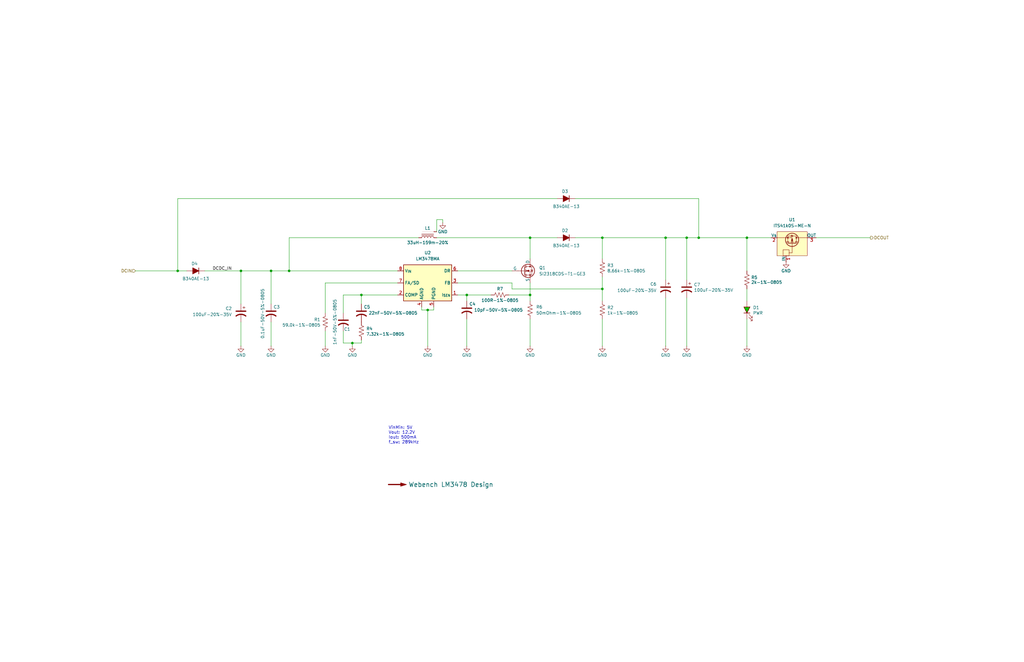
<source format=kicad_sch>
(kicad_sch (version 20250114) (generator "eeschema") (generator_version "9.0")
  (paper "B")
  (title_block (title "Beam Break Adapter") (date "2026-01-04") (rev "1") (company "1868 SPACE COOKIES"))
  (lib_symbols
    (symbol "BeamBreak:L_Iron+shield" (pin_numbers (hide yes)) (pin_names (offset 1.016) (hide yes))
      (property "Reference" "L1" (at 6.35 0 90))
      (property "Value" "6.8 uH-12m-20%" (at 3.81 0 90))
      (symbol "L_Iron+shield_0_1"
        (arc (start 0 2.54) (mid 0.6323 1.905) (end 0 1.27))
        (arc (start 0 1.27) (mid 0.6323 0.635) (end 0 0))
        (arc (start 0 0) (mid 0.6323 -0.635) (end 0 -1.27))
        (arc (start 0 -1.27) (mid 0.6323 -1.905) (end 0 -2.54))
        (polyline (pts (xy 1.016 2.54) (xy 1.016 -2.54)))
        (polyline (pts (xy 1.524 -2.54) (xy 1.524 2.54)))
      )
      (symbol "L_Iron+shield_1_1"
        (polyline (pts (xy 2.54 -2.54) (xy 2.54 2.54)) (stroke (width 0) (type dot)))
        (pin passive line (at 0 3.81 270) (length 1.27) (name "1") (number "1"))
        (pin passive line (at 0 -3.81 90) (length 1.27) (name "2") (number "2"))
        (pin passive line (at 2.54 -3.81 90) (length 1.27) (name "3") (number "3"))
      )
    )
    (symbol "Device:C_Polarized_US" (pin_numbers (hide yes)) (pin_names (offset 0.254) (hide yes))
      (property "Reference" "C" (at 0.635 2.54 0))
      (property "Value" "C_Polarized_US" (at 0.635 -2.54 0))
      (symbol "C_Polarized_US_0_1"
        (polyline (pts (xy -2.032 0.762) (xy 2.032 0.762)) (stroke (width 0.508)))
        (polyline (pts (xy -1.778 2.286) (xy -0.762 2.286)))
        (polyline (pts (xy -1.27 1.778) (xy -1.27 2.794)))
        (arc (start -2.032 -1.27) (mid 0 -0.5572) (end 2.032 -1.27) (stroke (width 0.508)))
      )
      (symbol "C_Polarized_US_1_1"
        (pin passive line (at 0 3.81 270) (length 2.794) (name "~") (number "1"))
        (pin passive line (at 0 -3.81 90) (length 3.302) (name "~") (number "2"))
      )
    )
    (symbol "Device:C_US" (pin_numbers (hide yes)) (pin_names (offset 0.254) (hide yes))
      (property "Reference" "C" (at 0.635 2.54 0))
      (property "Value" "C_US" (at 0.635 -2.54 0))
      (symbol "C_US_0_1"
        (polyline (pts (xy -2.032 0.762) (xy 2.032 0.762)) (stroke (width 0.508)))
        (arc (start -2.032 -1.27) (mid 0 -0.5572) (end 2.032 -1.27) (stroke (width 0.508)))
      )
      (symbol "C_US_1_1"
        (pin passive line (at 0 3.81 270) (length 2.794) (name "~") (number "1"))
        (pin passive line (at 0 -3.81 90) (length 3.302) (name "~") (number "2"))
      )
    )
    (symbol "Device:LED" (pin_numbers (hide yes)) (pin_names (offset 1.016) (hide yes))
      (property "Reference" "D1" (at -0.3174 -3.81 90))
      (property "Value" "LED" (at -2.8574 -3.81 90))
      (symbol "LED_0_1"
        (polyline (pts (xy -3.048 -0.762) (xy -4.572 -2.286) (xy -3.81 -2.286) (xy -4.572 -2.286) (xy -4.572 -1.524)))
        (polyline (pts (xy -1.778 -0.762) (xy -3.302 -2.286) (xy -2.54 -2.286) (xy -3.302 -2.286) (xy -3.302 -1.524)))
        (polyline (pts (xy -1.27 -1.27) (xy -1.27 1.27)) (stroke (width 0.254)))
      )
      (symbol "LED_1_1"
        (polyline (pts (xy 1.27 -1.27) (xy 1.27 1.27) (xy -1.27 0) (xy 1.27 -1.27)) (stroke (width 0.254)) (fill (type color) (color 0 194 0 1)))
        (pin passive line (at -3.81 0 0) (length 2.54) (name "K") (number "1"))
        (pin passive line (at 3.81 0 180) (length 2.54) (name "A") (number "2"))
      )
    )
    (symbol "Device:R_US" (pin_numbers (hide yes)) (pin_names (offset 0))
      (property "Reference" "R" (at 2.54 0 90))
      (property "Value" "R_US" (at -2.54 0 90))
      (symbol "R_US_0_1"
        (polyline (pts (xy 0 2.286) (xy 0 2.54)))
        (polyline (pts (xy 0 2.286) (xy 1.016 1.905) (xy 0 1.524) (xy -1.016 1.143) (xy 0 0.762)))
        (polyline (pts (xy 0 0.762) (xy 1.016 0.381) (xy 0 0) (xy -1.016 -0.381) (xy 0 -0.762)))
        (polyline (pts (xy 0 -0.762) (xy 1.016 -1.143) (xy 0 -1.524) (xy -1.016 -1.905) (xy 0 -2.286)))
        (polyline (pts (xy 0 -2.286) (xy 0 -2.54)))
      )
      (symbol "R_US_1_1"
        (pin passive line (at 0 3.81 270) (length 1.27) (name "~") (number "1"))
        (pin passive line (at 0 -3.81 90) (length 1.27) (name "~") (number "2"))
      )
    )
    (symbol "Graphic:SYM_Arrow_Large" (in_bom no) (on_board no)
      (symbol "SYM_Arrow_Large_0_1"
        (polyline (pts (xy 2.54 0) (xy -3.81 0)) (stroke (width 0.508)))
        (polyline (pts (xy 3.81 0) (xy 1.27 -0.762) (xy 1.27 0.762) (xy 3.81 0)) (fill (type outline)))
      )
    )
    (symbol "Pico-ButtonBoard:ITS41k0S-ME-N" (pin_names (offset 0))
      (property "Reference" "U" (at 8.89 0 90))
      (property "Value" "ITS41k0S-ME-N" (at 0 3.81 0))
      (symbol "ITS41k0S-ME-N_0_1"
        (rectangle (start -3.81 -5.08) (end -1.27 -7.62))
        (polyline (pts (xy -2.54 0) (xy 0 0) (xy 0 -1.778)))
        (circle (center -1.778 0) (radius 0.254) (fill (type outline)))
        (polyline (pts (xy -1.27 -1.778) (xy -2.286 -1.778)) (stroke (width 0.254)))
        (polyline (pts (xy -0.508 0.254) (xy -0.381 0.381) (xy -0.381 1.143) (xy -0.254 1.27)))
        (polyline (pts (xy -0.381 0.762) (xy 0.254 0.381) (xy 0.254 1.143) (xy -0.381 0.762)))
        (polyline (pts (xy 0 -0.254) (xy 0.381 -1.27) (xy -0.381 -1.27) (xy 0 -0.254)) (fill (type outline)))
        (circle (center 0 -0.889) (radius 2.794) (stroke (width 0.254)))
        (polyline (pts (xy 0 -2.286) (xy 0 -6.35)))
        (polyline (pts (xy 0 -6.35) (xy -1.27 -6.35)))
        (polyline (pts (xy 0.508 -1.778) (xy -0.508 -1.778)) (stroke (width 0.254)))
        (circle (center 1.778 0) (radius 0.254) (fill (type outline)))
        (polyline (pts (xy 1.778 -1.778) (xy 1.778 0.762) (xy -1.778 0.762) (xy -1.778 -1.778)))
        (polyline (pts (xy 1.905 -2.286) (xy -1.905 -2.286)) (stroke (width 0.254)))
        (polyline (pts (xy 2.286 -1.778) (xy 1.27 -1.778)) (stroke (width 0.254)))
        (polyline (pts (xy 2.54 0) (xy 1.778 0)))
      )
      (symbol "ITS41k0S-ME-N_1_1"
        (rectangle (start -6.35 2.54) (end 6.35 -7.62) (fill (type background)))
        (polyline (pts (xy -6.35 0) (xy -2.54 0)))
        (polyline (pts (xy 6.35 0) (xy 2.54 0)))
        (pin passive line (at -8.89 0 0) (length 2.54) (name "Vs") (number "2"))
        (pin input line (at -2.54 -10.16 90) (length 2.54) (name "IN") (number "1"))
        (pin passive line (at 10.16 0 180) (length 3.81) (name "OUT") (number "3"))
      )
    )
    (symbol "Pico-ButtonBoard:S1B" (pin_numbers (hide yes)) (pin_names (hide yes))
      (property "Reference" "D" (at 0 6.35 0))
      (property "Value" "S1B" (at 0 3.81 0))
      (symbol "S1B_0_1"
        (polyline (pts (xy -1.27 1.27) (xy -1.27 -1.27)) (stroke (width 0.254)))
      )
      (symbol "S1B_1_1"
        (polyline (pts (xy 1.27 1.27) (xy 1.27 -1.27) (xy -1.27 0) (xy 1.27 1.27)) (stroke (width 0.254)) (fill (type outline)))
        (pin passive line (at -3.81 0 0) (length 2.54) (name "K") (number "1"))
        (pin passive line (at 3.81 0 180) (length 2.54) (name "A") (number "2"))
      )
    )
    (symbol "Regulator_Controller:LM3478MA"
      (property "Reference" "U" (at -9.525 8.89 0))
      (property "Value" "LM3478MA" (at 5.08 8.89 0))
      (symbol "LM3478MA_0_1"
        (rectangle (start -10.16 7.62) (end 10.16 -7.62) (stroke (width 0.254)) (fill (type background)))
      )
      (symbol "LM3478MA_1_1"
        (pin power_in line (at -12.7 5.08 0) (length 2.54) (name "V_{IN}") (number "8"))
        (pin input line (at -12.7 0 0) (length 2.54) (name "FA/SD") (number "7"))
        (pin input line (at -12.7 -5.08 0) (length 2.54) (name "COMP") (number "2"))
        (pin power_in line (at -2.54 -10.16 90) (length 2.54) (name "AGND") (number "4"))
        (pin power_in line (at 2.54 -10.16 90) (length 2.54) (name "PGND") (number "5"))
        (pin output line (at 12.7 5.08 180) (length 2.54) (name "DR") (number "6"))
        (pin input line (at 12.7 0 180) (length 2.54) (name "FB") (number "3"))
        (pin input line (at 12.7 -5.08 180) (length 2.54) (name "I_{SEN}") (number "1"))
      )
    )
    (symbol "Simulation_SPICE:NMOS" (pin_numbers (hide yes)) (pin_names (offset 0))
      (property "Reference" "Q101" (at 6.35 1.2701 0))
      (property "Value" "SI2318CDS-T1-GE3" (at 6.35 -1.2699 0))
      (symbol "NMOS_0_1"
        (polyline (pts (xy 0.254 1.905) (xy 0.254 -1.905)) (stroke (width 0.254)))
        (polyline (pts (xy 0.254 0) (xy -2.54 0)))
        (polyline (pts (xy 0.762 2.286) (xy 0.762 1.27)) (stroke (width 0.254)))
        (polyline (pts (xy 0.762 0.508) (xy 0.762 -0.508)) (stroke (width 0.254)))
        (polyline (pts (xy 0.762 -1.27) (xy 0.762 -2.286)) (stroke (width 0.254)))
        (polyline (pts (xy 0.762 -1.778) (xy 3.302 -1.778) (xy 3.302 1.778) (xy 0.762 1.778)))
        (polyline (pts (xy 1.016 0) (xy 2.032 0.381) (xy 2.032 -0.381) (xy 1.016 0)) (fill (type outline)))
        (circle (center 1.651 0) (radius 2.794) (stroke (width 0.254)))
        (polyline (pts (xy 2.54 2.54) (xy 2.54 1.778)))
        (circle (center 2.54 1.778) (radius 0.254) (fill (type outline)))
        (circle (center 2.54 -1.778) (radius 0.254) (fill (type outline)))
        (polyline (pts (xy 2.54 -2.54) (xy 2.54 0) (xy 0.762 0)))
        (polyline (pts (xy 2.794 0.508) (xy 2.921 0.381) (xy 3.683 0.381) (xy 3.81 0.254)))
        (polyline (pts (xy 3.302 0.381) (xy 2.921 -0.254) (xy 3.683 -0.254) (xy 3.302 0.381)))
      )
      (symbol "NMOS_1_1"
        (pin input line (at -5.08 0 0) (length 2.54) (name "G") (number "1"))
        (pin passive line (at 2.54 5.08 270) (length 2.54) (name "D") (number "3"))
        (pin passive line (at 2.54 -5.08 90) (length 2.54) (name "S") (number "2"))
      )
    )
    (symbol "power:GND" (power) (pin_numbers (hide yes)) (pin_names (offset 0) (hide yes))
      (property "Value" "GND" (at 0 -3.81 0))
      (symbol "GND_0_1"
        (polyline (pts (xy 0 0) (xy 0 -1.27) (xy 1.27 -1.27) (xy 0 -2.54) (xy -1.27 -1.27) (xy 0 -1.27)))
      )
      (symbol "GND_1_1"
        (pin power_in line (at 0 0 270) (length 0) (name "~") (number "1"))
      )
    )
  )
  (text "VinMin: 5V\nVout: 12.2V\nIout: 500mA\nf_sw: 289kHz" (at 163.83 183.642 0) (effects (font (size 1.27 1.27)) (justify left)))
  (junction (at 74.93 114.3))
  (junction (at 196.85 124.46))
  (junction (at 289.56 100.33))
  (junction (at 148.59 144.78))
  (junction (at 254 100.33))
  (junction (at 101.6 114.3))
  (junction (at 254 121.92))
  (junction (at 223.52 124.46))
  (junction (at 152.4 124.46))
  (junction (at 180.34 130.81))
  (junction (at 223.52 100.33))
  (junction (at 314.96 100.33))
  (junction (at 114.3 114.3))
  (junction (at 280.67 100.33))
  (junction (at 121.92 114.3))
  (junction (at 294.64 100.33))
  (wire (pts (xy 184.15 100.33) (xy 223.52 100.33)))
  (wire (pts (xy 137.16 146.05) (xy 137.16 139.7)))
  (wire (pts (xy 242.57 100.33) (xy 254 100.33)))
  (wire (pts (xy 74.93 83.82) (xy 74.93 114.3)))
  (wire (pts (xy 223.52 100.33) (xy 223.52 109.22)))
  (wire (pts (xy 137.16 132.08) (xy 137.16 119.38)))
  (wire (pts (xy 74.93 114.3) (xy 78.74 114.3)))
  (wire (pts (xy 186.69 92.71) (xy 186.69 93.98)))
  (wire (pts (xy 114.3 135.89) (xy 114.3 146.05)))
  (wire (pts (xy 314.96 100.33) (xy 325.12 100.33)))
  (wire (pts (xy 177.8 130.81) (xy 180.34 130.81)))
  (wire (pts (xy 196.85 124.46) (xy 196.85 127)))
  (wire (pts (xy 193.04 119.38) (xy 215.9 119.38)))
  (wire (pts (xy 148.59 144.78) (xy 144.78 144.78)))
  (wire (pts (xy 344.17 100.33) (xy 367.03 100.33)))
  (wire (pts (xy 152.4 128.27) (xy 152.4 124.46)))
  (wire (pts (xy 114.3 114.3) (xy 114.3 128.27)))
  (wire (pts (xy 223.52 100.33) (xy 234.95 100.33)))
  (wire (pts (xy 152.4 124.46) (xy 167.64 124.46)))
  (wire (pts (xy 254 121.92) (xy 254 127)))
  (wire (pts (xy 86.36 114.3) (xy 101.6 114.3)))
  (wire (pts (xy 121.92 100.33) (xy 121.92 114.3)))
  (wire (pts (xy 254 116.84) (xy 254 121.92)))
  (wire (pts (xy 196.85 146.05) (xy 196.85 134.62)))
  (wire (pts (xy 180.34 130.81) (xy 182.88 130.81)))
  (wire (pts (xy 242.57 83.82) (xy 294.64 83.82)))
  (wire (pts (xy 254 100.33) (xy 280.67 100.33)))
  (wire (pts (xy 121.92 114.3) (xy 167.64 114.3)))
  (wire (pts (xy 214.63 124.46) (xy 223.52 124.46)))
  (wire (pts (xy 152.4 144.78) (xy 152.4 143.51)))
  (wire (pts (xy 314.96 100.33) (xy 314.96 114.3)))
  (wire (pts (xy 144.78 132.08) (xy 144.78 124.46)))
  (wire (pts (xy 101.6 114.3) (xy 101.6 128.27)))
  (wire (pts (xy 215.9 121.92) (xy 254 121.92)))
  (wire (pts (xy 223.52 119.38) (xy 223.52 124.46)))
  (wire (pts (xy 289.56 100.33) (xy 289.56 118.11)))
  (wire (pts (xy 223.52 124.46) (xy 223.52 127)))
  (wire (pts (xy 176.53 100.33) (xy 121.92 100.33)))
  (wire (pts (xy 254 134.62) (xy 254 146.05)))
  (wire (pts (xy 223.52 146.05) (xy 223.52 134.62)))
  (wire (pts (xy 114.3 114.3) (xy 121.92 114.3)))
  (wire (pts (xy 177.8 129.54) (xy 177.8 130.81)))
  (wire (pts (xy 289.56 125.73) (xy 289.56 146.05)))
  (wire (pts (xy 280.67 100.33) (xy 280.67 118.11)))
  (wire (pts (xy 184.15 97.79) (xy 184.15 92.71)))
  (wire (pts (xy 184.15 92.71) (xy 186.69 92.71)))
  (wire (pts (xy 193.04 114.3) (xy 215.9 114.3)))
  (wire (pts (xy 148.59 146.05) (xy 148.59 144.78)))
  (wire (pts (xy 74.93 83.82) (xy 234.95 83.82)))
  (wire (pts (xy 280.67 100.33) (xy 289.56 100.33)))
  (wire (pts (xy 289.56 100.33) (xy 294.64 100.33)))
  (wire (pts (xy 180.34 130.81) (xy 180.34 146.05)))
  (wire (pts (xy 101.6 135.89) (xy 101.6 146.05)))
  (wire (pts (xy 314.96 121.92) (xy 314.96 127)))
  (wire (pts (xy 196.85 124.46) (xy 207.01 124.46)))
  (wire (pts (xy 101.6 114.3) (xy 114.3 114.3)))
  (wire (pts (xy 254 100.33) (xy 254 109.22)))
  (wire (pts (xy 137.16 119.38) (xy 167.64 119.38)))
  (wire (pts (xy 314.96 134.62) (xy 314.96 146.05)))
  (wire (pts (xy 152.4 144.78) (xy 148.59 144.78)))
  (wire (pts (xy 294.64 83.82) (xy 294.64 100.33)))
  (wire (pts (xy 294.64 100.33) (xy 314.96 100.33)))
  (wire (pts (xy 144.78 124.46) (xy 152.4 124.46)))
  (wire (pts (xy 215.9 119.38) (xy 215.9 121.92)))
  (wire (pts (xy 182.88 129.54) (xy 182.88 130.81)))
  (wire (pts (xy 193.04 124.46) (xy 196.85 124.46)))
  (wire (pts (xy 57.15 114.3) (xy 74.93 114.3)))
  (wire (pts (xy 144.78 144.78) (xy 144.78 139.7)))
  (wire (pts (xy 280.67 125.73) (xy 280.67 146.05)))
  (label "DCDC_IN" (at 97.79 114.3 180))
  (hierarchical_label "DCOUT" (shape output) (at 367.03 100.33 0))
  (hierarchical_label "DCIN" (shape input) (at 57.15 114.3 180))
  (symbol (lib_id "Device:LED") (at 314.96 130.81 90) (unit 1)
    (property "Reference" "D1" (at 317.5 129.794 90) (effects (justify right)))
    (property "Value" "PWR" (at 317.5 132.08 90) (effects (justify right)))
    (property "Footprint" "LED_SMD:LED_1206_3216Metric" (effects (hide yes)))
    (property "Datasheet" "Components/Everlight-QTLP650(C,D)-2,3,4,7,B.pdf" (effects (hide yes)))
    (property "Description" "Light emitting diode" (effects (hide yes)))
    (property "DIST" "Digikey" (effects (hide yes)))
    (property "DIST P/N" "1080-1419-1-ND" (effects (hide yes)))
    (property "MFG" "Everlight" (effects (hide yes)))
    (property "MFG P/N" "QTLP650D4TR/QT15-21SYGD/S530-E2/TR8" (effects (hide yes)))
  )
  (symbol (lib_id "power:GND") (at 331.47 110.49 0) (unit 1)
    (property "Reference" "#PWR0201" (effects (hide yes)))
    (property "Value" "GND" (at 331.47 114.3 0))
    (property "Description" "Power symbol creates a global label with name \"GND\" , ground" (effects (hide yes)))
  )
  (symbol (lib_id "Device:C_US") (at 152.4 132.08 0) (mirror y) (unit 1)
    (property "Reference" "C5" (at 153.416 129.54 0) (effects (justify right)))
    (property "Value" "22nF-50V-5%-0805" (at 155.448 132.08 0) (effects (justify right)))
    (property "Footprint" "Capacitor_SMD:C_0805_2012Metric_Pad1.18x1.45mm_HandSolder" (effects (hide yes)))
    (property "Description" "capacitor, US symbol" (effects (hide yes)))
    (property "DIST" "Digikey" (effects (hide yes)))
    (property "DIST P/N" "445-7522-1-ND" (effects (hide yes)))
    (property "MFG" "TDK Corporation" (effects (hide yes)))
    (property "MFG P/N" "C2012C0G1H223J125AA" (effects (hide yes)))
  )
  (symbol (lib_id "power:GND") (at 148.59 146.05 0) (unit 1)
    (property "Reference" "#PWR0104" (effects (hide yes)))
    (property "Value" "GND" (at 148.59 149.86 0))
    (property "Description" "Power symbol creates a global label with name \"GND\" , ground" (effects (hide yes)))
  )
  (symbol (lib_id "power:GND") (at 314.96 146.05 0) (unit 1)
    (property "Reference" "#PWR0112" (effects (hide yes)))
    (property "Value" "GND" (at 314.96 149.86 0))
    (property "Description" "Power symbol creates a global label with name \"GND\" , ground" (effects (hide yes)))
  )
  (symbol (lib_id "power:GND") (at 186.69 93.98 0) (unit 1)
    (property "Reference" "#PWR0202" (effects (hide yes)))
    (property "Value" "GND" (at 186.69 97.79 0))
    (property "Description" "Power symbol creates a global label with name \"GND\" , ground" (effects (hide yes)))
  )
  (symbol (lib_id "power:GND") (at 196.85 146.05 0) (unit 1)
    (property "Reference" "#PWR0102" (effects (hide yes)))
    (property "Value" "GND" (at 196.85 149.86 0))
    (property "Description" "Power symbol creates a global label with name \"GND\" , ground" (effects (hide yes)))
  )
  (symbol (lib_id "Device:R_US") (at 223.52 130.81 0) (unit 1)
    (property "Reference" "R6" (at 226.06 129.5399 0) (effects (justify left)))
    (property "Value" "50mOhm-1%-0805" (at 226.06 132.0799 0) (effects (justify left)))
    (property "Footprint" "Resistor_SMD:R_0805_2012Metric_Pad1.20x1.40mm_HandSolder" (effects (hide yes)))
    (property "Description" "Resistor, US symbol" (effects (hide yes)))
    (property "MFG" "Panasonic Electronic Components" (effects (hide yes)))
    (property "MFG P/N" "ERJ-6BWFR050V" (effects (hide yes)))
    (property "DIST" "Digikey" (effects (hide yes)))
    (property "DIST P/N" "P17581CT-ND" (effects (hide yes)))
  )
  (symbol (lib_id "Device:C_US") (at 144.78 135.89 0) (unit 1)
    (property "Reference" "C1" (at 145.034 138.938 0) (effects (justify left)))
    (property "Value" "1nF-50V-5%-0805" (at 141.224 135.89 90))
    (property "Footprint" "Capacitor_SMD:C_0805_2012Metric_Pad1.18x1.45mm_HandSolder" (effects (hide yes)))
    (property "Description" "capacitor, US symbol" (effects (hide yes)))
    (property "DIST" "Digikey" (effects (hide yes)))
    (property "DIST P/N" "399-C0805C102J5GACTUCT-ND" (effects (hide yes)))
    (property "MFG" "KEMET" (effects (hide yes)))
    (property "MFG P/N" "C0805C102J5GACTU" (effects (hide yes)))
  )
  (symbol (lib_id "Pico-ButtonBoard:S1B") (at 238.76 100.33 180) (unit 1)
    (property "Reference" "D2" (at 238.252 97.282 0))
    (property "Value" "B340AE-13" (at 238.76 103.632 0))
    (property "Footprint" "Diode_SMD:D_SMA" (effects (hide yes)))
    (property "Datasheet" "Components/DiodesInc-B340AE.pdf" (effects (hide yes)))
    (property "Description" "Diode 40 V 3A Surface Mount SMA" (effects (hide yes)))
    (property "MFG" "Diodes Inc" (effects (hide yes)))
    (property "MFG P/N" "B340AE-13" (effects (hide yes)))
    (property "DIST" "Digikey" (effects (hide yes)))
    (property "DIST P/N" "B340AE-13DICT-ND" (effects (hide yes)))
  )
  (symbol (lib_id "power:GND") (at 289.56 146.05 0) (unit 1)
    (property "Reference" "#PWR0110" (effects (hide yes)))
    (property "Value" "GND" (at 289.56 149.86 0))
    (property "Description" "Power symbol creates a global label with name \"GND\" , ground" (effects (hide yes)))
  )
  (symbol (lib_id "power:GND") (at 223.52 146.05 0) (unit 1)
    (property "Reference" "#PWR0101" (effects (hide yes)))
    (property "Value" "GND" (at 223.52 149.86 0))
    (property "Description" "Power symbol creates a global label with name \"GND\" , ground" (effects (hide yes)))
  )
  (symbol (lib_id "Device:R_US") (at 210.82 124.46 90) (unit 1)
    (property "Reference" "R7" (at 210.82 121.92 90))
    (property "Value" "100R-1%-0805" (at 210.82 126.746 90))
    (property "Footprint" "Resistor_SMD:R_0805_2012Metric_Pad1.20x1.40mm_HandSolder" (effects (hide yes)))
    (property "Description" "Resistor, US symbol" (effects (hide yes)))
    (property "DIST" "Digikey" (effects (hide yes)))
    (property "DIST P/N" "A106053CT-ND" (effects (hide yes)))
    (property "MFG" "TE Connectivity Passive Product" (effects (hide yes)))
    (property "MFG P/N" "CRG0805F100R" (effects (hide yes)))
  )
  (symbol (lib_id "Device:R_US") (at 137.16 135.89 0) (mirror x) (unit 1)
    (property "Reference" "R1" (at 135.128 134.874 0) (effects (justify right)))
    (property "Value" "59.0k-1%-0805" (at 135.128 137.16 0) (effects (justify right)))
    (property "Footprint" "Resistor_SMD:R_0805_2012Metric_Pad1.20x1.40mm_HandSolder" (effects (hide yes)))
    (property "Description" "Resistor, US symbol" (effects (hide yes)))
    (property "DIST" "Digikey" (effects (hide yes)))
    (property "DIST P/N" "311-59.0KCRCT-ND" (effects (hide yes)))
    (property "MFG" "YAGEO" (effects (hide yes)))
    (property "MFG P/N" "RC0805FR-0759KL" (effects (hide yes)))
  )
  (symbol (lib_id "Device:C_Polarized_US") (at 280.67 121.92 0) (mirror y) (unit 1)
    (property "Reference" "C6" (at 276.86 119.888 0) (effects (justify left)))
    (property "Value" "100uF-20%-35V" (at 276.86 122.5549 0) (effects (justify left)))
    (property "Footprint" "Capacitor_THT:CP_Radial_D6.3mm_P2.50mm" (effects (hide yes)))
    (property "Datasheet" "Components/Kyocera-rpf-series.pdf" (effects (hide yes)))
    (property "Description" "100 µF 35 V Aluminum - Polymer Capacitors Radial, Can 55mOhm 5000 Hrs @ 105°C" (effects (hide yes)))
    (property "MFG" "KYOCERA AVX" (effects (hide yes)))
    (property "MFG P/N" "RPF0608101M035K" (effects (hide yes)))
    (property "DIST" "Digikey" (effects (hide yes)))
    (property "DIST P/N" "478-RPF0608101M035KCT-ND" (effects (hide yes)))
  )
  (symbol (lib_id "Device:C_US") (at 196.85 130.81 0) (mirror y) (unit 1)
    (property "Reference" "C4" (at 197.866 128.27 0) (effects (justify right)))
    (property "Value" "10pF-50V-5%-0805" (at 199.898 130.81 0) (effects (justify right)))
    (property "Footprint" "Capacitor_SMD:C_0805_2012Metric_Pad1.18x1.45mm_HandSolder" (effects (hide yes)))
    (property "Description" "capacitor, US symbol" (effects (hide yes)))
    (property "DIST" "Digikey" (effects (hide yes)))
    (property "DIST P/N" "311-1099-1-ND" (effects (hide yes)))
    (property "MFG" "YAGEO" (effects (hide yes)))
    (property "MFG P/N" "CC0805JRNPO9BN100" (effects (hide yes)))
  )
  (symbol (lib_id "Simulation_SPICE:NMOS") (at 220.98 114.3 0) (unit 1)
    (property "Reference" "Q1" (at 227.33 113.0299 0) (effects (justify left)))
    (property "Value" "SI2318CDS-T1-GE3" (at 227.33 115.5699 0) (effects (justify left)))
    (property "Footprint" "Package_TO_SOT_SMD:SOT-23-3" (effects (hide yes)))
    (property "Datasheet" "Components/VishaySiliconix-si2318cds.pdf" (effects (hide yes)))
    (property "Description" "N-Channel 40 V 5.6A (Tc) 1.25W (Ta), 2.1W (Tc) Surface Mount SOT-23-3 (TO-236)" (effects (hide yes)))
    (property "MFG" "Vishay Siliconix" (effects (hide yes)))
    (property "MFG P/N" "SI2318CDS-T1-GE3" (effects (hide yes)))
    (property "DIST" "Digikey" (effects (hide yes)))
    (property "DIST P/N" "SI2318CDS-T1-GE3CT-ND" (effects (hide yes)))
  )
  (symbol (lib_id "Device:C_US") (at 114.3 132.08 0) (mirror y) (unit 1)
    (property "Reference" "C3" (at 115.316 129.54 0) (effects (justify right)))
    (property "Value" "0.1uF-50V-5%-0805" (at 110.744 132.334 90))
    (property "Footprint" "Capacitor_SMD:C_0805_2012Metric_Pad1.18x1.45mm_HandSolder" (effects (hide yes)))
    (property "Description" "capacitor, US symbol" (effects (hide yes)))
    (property "DIST" "Digikey" (effects (hide yes)))
    (property "DIST P/N" "399-C0805C104J5RACTUCT-ND" (effects (hide yes)))
    (property "MFG" "KEMET" (effects (hide yes)))
    (property "MFG P/N" "C0805C104J5RACTU" (effects (hide yes)))
  )
  (symbol (lib_id "BeamBreak:L_Iron+shield") (at 180.34 100.33 90) (unit 1)
    (property "Reference" "L1" (at 180.34 96.266 90))
    (property "Value" "33uH-159m-20%" (at 180.34 102.362 90))
    (property "Footprint" "BeamBreak:VishayDale-IHLE3232" (effects (hide yes)))
    (property "Datasheet" "Components/VishayDale-IHLE-3232dd-5a.pdf" (effects (hide yes)))
    (property "Description" "33uH-159m-20%" (effects (hide yes)))
    (property "MFG" "Vishay Dale" (effects (hide yes)))
    (property "MFG P/N" "IHLE5050FHER6R8M5A" (effects (hide yes)))
    (property "DIST" "Digikey" (effects (hide yes)))
    (property "DIST P/N" "541-IHLE5050FHER6R8M5ACT-ND" (effects (hide yes)))
  )
  (symbol (lib_id "Device:R_US") (at 254 130.81 180) (unit 1)
    (property "Reference" "R2" (at 256.032 129.794 0) (effects (justify right)))
    (property "Value" "1k-1%-0805" (at 256.032 132.08 0) (effects (justify right)))
    (property "Footprint" "Resistor_SMD:R_0805_2012Metric_Pad1.20x1.40mm_HandSolder" (effects (hide yes)))
    (property "Description" "Resistor, US symbol" (effects (hide yes)))
    (property "DIST" "Digikey" (effects (hide yes)))
    (property "DIST P/N" "311-1.00KCRCT-ND" (effects (hide yes)))
    (property "MFG" "YAGEO" (effects (hide yes)))
    (property "MFG P/N" "RC0805FR-071KL" (effects (hide yes)))
  )
  (symbol (lib_id "Pico-ButtonBoard:S1B") (at 82.55 114.3 180) (unit 1)
    (property "Reference" "D4" (at 82.042 111.252 0))
    (property "Value" "B340AE-13" (at 82.55 117.602 0))
    (property "Footprint" "Diode_SMD:D_SMA" (effects (hide yes)))
    (property "Datasheet" "Components/DiodesInc-B340AE.pdf" (effects (hide yes)))
    (property "Description" "Diode 40 V 3A Surface Mount SMA" (effects (hide yes)))
    (property "MFG" "Diodes Inc" (effects (hide yes)))
    (property "MFG P/N" "B340AE-13" (effects (hide yes)))
    (property "DIST" "Digikey" (effects (hide yes)))
    (property "DIST P/N" "B340AE-13DICT-ND" (effects (hide yes)))
  )
  (symbol (lib_id "power:GND") (at 254 146.05 0) (unit 1)
    (property "Reference" "#PWR0106" (effects (hide yes)))
    (property "Value" "GND" (at 254 149.86 0))
    (property "Description" "Power symbol creates a global label with name \"GND\" , ground" (effects (hide yes)))
  )
  (symbol (lib_id "Device:R_US") (at 152.4 139.7 180) (unit 1)
    (property "Reference" "R4" (at 154.432 138.684 0) (effects (justify right)))
    (property "Value" "7.32k-1%-0805" (at 154.432 140.97 0) (effects (justify right)))
    (property "Footprint" "Resistor_SMD:R_0805_2012Metric_Pad1.20x1.40mm_HandSolder" (effects (hide yes)))
    (property "Description" "Resistor, US symbol" (effects (hide yes)))
    (property "DIST" "Digikey" (effects (hide yes)))
    (property "DIST P/N" "P7.32KCCT-ND" (effects (hide yes)))
    (property "MFG" "Panasonic Electronic Components" (effects (hide yes)))
    (property "MFG P/N" "ERJ-6ENF7321V" (effects (hide yes)))
  )
  (symbol (lib_id "Device:R_US") (at 254 113.03 180) (unit 1)
    (property "Reference" "R3" (at 256.032 112.014 0) (effects (justify right)))
    (property "Value" "8.66k-1%-0805" (at 256.032 114.3 0) (effects (justify right)))
    (property "Footprint" "Resistor_SMD:R_0805_2012Metric_Pad1.20x1.40mm_HandSolder" (effects (hide yes)))
    (property "Description" "Resistor, US symbol" (effects (hide yes)))
    (property "MFG" "Stackpole Electronics Inc" (effects (hide yes)))
    (property "MFG P/N" "RMCF0805FT8K66" (effects (hide yes)))
    (property "DIST" "Digikey" (effects (hide yes)))
    (property "DIST P/N" "RMCF0805FT8K66CT-ND" (effects (hide yes)))
  )
  (symbol (lib_id "Pico-ButtonBoard:ITS41k0S-ME-N") (at 334.01 100.33 0) (unit 1)
    (property "Reference" "U1" (at 334.01 92.71 0))
    (property "Value" "ITS41k0S-ME-N" (at 334.01 95.25 0))
    (property "Footprint" "Package_TO_SOT_SMD:SOT-223-3_TabPin2" (effects (hide yes)))
    (property "Datasheet" "Components/infineon-its41k0s-me-n-01092012s-ds-en.pdf" (effects (hide yes)))
    (property "Description" "Power Switch/Driver 1:1 N-Channel 200mA PG-SOT223-4" (effects (hide yes)))
    (property "MFG" "Infineon" (effects (hide yes)))
    (property "MFG P/N" "ITS41K0SMENHUMA1" (effects (hide yes)))
    (property "DIST" "Digikey" (effects (hide yes)))
    (property "DIST P/N" "ITS41K0SMENHUMA1CT-ND" (effects (hide yes)))
  )
  (symbol (lib_id "Graphic:SYM_Arrow_Large") (at 167.64 204.47 0) (unit 1) (in_bom no) (on_board no)
    (property "Reference" "#SYM101" (effects (hide yes)))
    (property "Value" "Webench LM3478 Design" (at 172.212 204.47 0) (effects (font (size 1.905 1.905) (thickness 0.2381)) (justify left)))
    (property "Datasheet" "Components/WBDesign89-LM3478--5V-10V-to-11V-0.5A.pdf" (effects (hide yes)))
    (property "Description" "Filled arrow, 300mil" (effects (hide yes)))
  )
  (symbol (lib_id "power:GND") (at 280.67 146.05 0) (unit 1)
    (property "Reference" "#PWR0109" (effects (hide yes)))
    (property "Value" "GND" (at 280.67 149.86 0))
    (property "Description" "Power symbol creates a global label with name \"GND\" , ground" (effects (hide yes)))
  )
  (symbol (lib_id "power:GND") (at 114.3 146.05 0) (unit 1)
    (property "Reference" "#PWR0107" (effects (hide yes)))
    (property "Value" "GND" (at 114.3 149.86 0))
    (property "Description" "Power symbol creates a global label with name \"GND\" , ground" (effects (hide yes)))
  )
  (symbol (lib_id "Device:C_Polarized_US") (at 101.6 132.08 0) (mirror y) (unit 1)
    (property "Reference" "C2" (at 97.79 130.1749 0) (effects (justify left)))
    (property "Value" "100uF-20%-35V" (at 97.79 132.7149 0) (effects (justify left)))
    (property "Footprint" "Capacitor_THT:CP_Radial_D6.3mm_P2.50mm" (effects (hide yes)))
    (property "Datasheet" "Components/Kyocera-rpf-series.pdf" (effects (hide yes)))
    (property "Description" "100 µF 35 V Aluminum - Polymer Capacitors Radial, Can 55mOhm 5000 Hrs @ 105°C" (effects (hide yes)))
    (property "MFG" "KYOCERA AVX" (effects (hide yes)))
    (property "MFG P/N" "RPF0608101M035K" (effects (hide yes)))
    (property "DIST" "Digikey" (effects (hide yes)))
    (property "DIST P/N" "478-RPF0608101M035KCT-ND" (effects (hide yes)))
  )
  (symbol (lib_id "power:GND") (at 101.6 146.05 0) (unit 1)
    (property "Reference" "#PWR0108" (effects (hide yes)))
    (property "Value" "GND" (at 101.6 149.86 0))
    (property "Description" "Power symbol creates a global label with name \"GND\" , ground" (effects (hide yes)))
  )
  (symbol (lib_id "power:GND") (at 180.34 146.05 0) (unit 1)
    (property "Reference" "#PWR0103" (effects (hide yes)))
    (property "Value" "GND" (at 180.34 149.86 0))
    (property "Description" "Power symbol creates a global label with name \"GND\" , ground" (effects (hide yes)))
  )
  (symbol (lib_id "Regulator_Controller:LM3478MA") (at 180.34 119.38 0) (unit 1)
    (property "Reference" "U2" (at 180.34 106.68 0))
    (property "Value" "LM3478MA" (at 180.34 109.22 0))
    (property "Footprint" "Package_SO:SOIC-8_3.9x4.9mm_P1.27mm" (effects (hide yes)))
    (property "Datasheet" "Components/TI-lm3478.pdf" (effects (hide yes)))
    (property "MFG" "Texas Instruments" (effects (hide yes)))
    (property "MFG P/N" "LM3478MAX/NOPB" (effects (hide yes)))
    (property "DIST" "Digikey" (effects (hide yes)))
    (property "DIST P/N" "296-38111-1-ND" (effects (hide yes)))
  )
  (symbol (lib_id "Device:C_Polarized_US") (at 289.56 121.92 0) (mirror y) (unit 1)
    (property "Reference" "C7" (at 292.608 120.142 0) (effects (justify right)))
    (property "Value" "100uF-20%-35V" (at 292.608 122.428 0) (effects (justify right)))
    (property "Footprint" "Capacitor_THT:CP_Radial_D6.3mm_P2.50mm" (effects (hide yes)))
    (property "Datasheet" "Components/Kyocera-rpf-series.pdf" (effects (hide yes)))
    (property "Description" "100 µF 35 V Aluminum - Polymer Capacitors Radial, Can 55mOhm 5000 Hrs @ 105°C" (effects (hide yes)))
    (property "MFG" "KYOCERA AVX" (effects (hide yes)))
    (property "MFG P/N" "RPF0608101M035K" (effects (hide yes)))
    (property "DIST" "Digikey" (effects (hide yes)))
    (property "DIST P/N" "478-RPF0608101M035KCT-ND" (effects (hide yes)))
  )
  (symbol (lib_id "Device:R_US") (at 314.96 118.11 180) (unit 1)
    (property "Reference" "R5" (at 316.738 117.094 0) (effects (justify right)))
    (property "Value" "2k-1%-0805" (at 316.738 119.126 0) (effects (justify right)))
    (property "Footprint" "Resistor_SMD:R_0805_2012Metric_Pad1.20x1.40mm_HandSolder" (effects (hide yes)))
    (property "Description" "Resistor, US symbol" (effects (hide yes)))
    (property "DIST" "Digikey" (effects (hide yes)))
    (property "DIST P/N" "541-2.00KCCT-ND" (effects (hide yes)))
    (property "MFG" "Vishay Dale" (effects (hide yes)))
    (property "MFG P/N" "CRCW08052K00FKEA" (effects (hide yes)))
  )
  (symbol (lib_id "power:GND") (at 137.16 146.05 0) (unit 1)
    (property "Reference" "#PWR0105" (effects (hide yes)))
    (property "Value" "GND" (at 137.16 149.86 0))
    (property "Description" "Power symbol creates a global label with name \"GND\" , ground" (effects (hide yes)))
  )
  (symbol (lib_id "Pico-ButtonBoard:S1B") (at 238.76 83.82 180) (unit 1)
    (property "Reference" "D3" (at 238.252 80.772 0))
    (property "Value" "B340AE-13" (at 238.76 87.122 0))
    (property "Footprint" "Diode_SMD:D_SMA" (effects (hide yes)))
    (property "Datasheet" "Components/DiodesInc-B340AE.pdf" (effects (hide yes)))
    (property "Description" "Diode 40 V 3A Surface Mount SMA" (effects (hide yes)))
    (property "MFG" "Diodes Inc" (effects (hide yes)))
    (property "MFG P/N" "B340AE-13" (effects (hide yes)))
    (property "DIST" "Digikey" (effects (hide yes)))
    (property "DIST P/N" "B340AE-13DICT-ND" (effects (hide yes)))
  )
)
</source>
